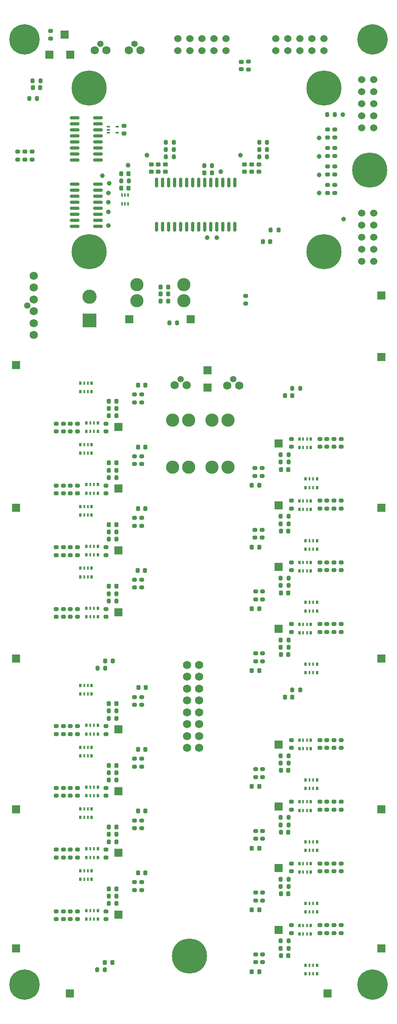
<source format=gbs>
G04 #@! TF.GenerationSoftware,KiCad,Pcbnew,9.0.5*
G04 #@! TF.CreationDate,2025-11-08T18:16:23-06:00*
G04 #@! TF.ProjectId,PowerDistributionUnit_Mk1,506f7765-7244-4697-9374-726962757469,rev?*
G04 #@! TF.SameCoordinates,Original*
G04 #@! TF.FileFunction,Soldermask,Bot*
G04 #@! TF.FilePolarity,Negative*
%FSLAX46Y46*%
G04 Gerber Fmt 4.6, Leading zero omitted, Abs format (unit mm)*
G04 Created by KiCad (PCBNEW 9.0.5) date 2025-11-08 18:16:23*
%MOMM*%
%LPD*%
G01*
G04 APERTURE LIST*
G04 Aperture macros list*
%AMRoundRect*
0 Rectangle with rounded corners*
0 $1 Rounding radius*
0 $2 $3 $4 $5 $6 $7 $8 $9 X,Y pos of 4 corners*
0 Add a 4 corners polygon primitive as box body*
4,1,4,$2,$3,$4,$5,$6,$7,$8,$9,$2,$3,0*
0 Add four circle primitives for the rounded corners*
1,1,$1+$1,$2,$3*
1,1,$1+$1,$4,$5*
1,1,$1+$1,$6,$7*
1,1,$1+$1,$8,$9*
0 Add four rect primitives between the rounded corners*
20,1,$1+$1,$2,$3,$4,$5,0*
20,1,$1+$1,$4,$5,$6,$7,0*
20,1,$1+$1,$6,$7,$8,$9,0*
20,1,$1+$1,$8,$9,$2,$3,0*%
G04 Aperture macros list end*
%ADD10R,1.700000X1.700000*%
%ADD11C,6.400000*%
%ADD12C,1.752600*%
%ADD13R,3.000000X3.000000*%
%ADD14C,3.000000*%
%ADD15C,1.346200*%
%ADD16C,2.780000*%
%ADD17C,1.524000*%
%ADD18C,7.400000*%
%ADD19RoundRect,0.200000X-0.275000X0.200000X-0.275000X-0.200000X0.275000X-0.200000X0.275000X0.200000X0*%
%ADD20R,0.500000X0.800000*%
%ADD21R,0.400000X0.800000*%
%ADD22RoundRect,0.200000X0.275000X-0.200000X0.275000X0.200000X-0.275000X0.200000X-0.275000X-0.200000X0*%
%ADD23C,1.000000*%
%ADD24RoundRect,0.200000X0.200000X0.275000X-0.200000X0.275000X-0.200000X-0.275000X0.200000X-0.275000X0*%
%ADD25RoundRect,0.200000X-0.200000X-0.275000X0.200000X-0.275000X0.200000X0.275000X-0.200000X0.275000X0*%
%ADD26RoundRect,0.225000X-0.225000X-0.250000X0.225000X-0.250000X0.225000X0.250000X-0.225000X0.250000X0*%
%ADD27RoundRect,0.225000X0.225000X0.250000X-0.225000X0.250000X-0.225000X-0.250000X0.225000X-0.250000X0*%
%ADD28RoundRect,0.100000X-0.225000X-0.100000X0.225000X-0.100000X0.225000X0.100000X-0.225000X0.100000X0*%
%ADD29RoundRect,0.100000X-0.100000X0.225000X-0.100000X-0.225000X0.100000X-0.225000X0.100000X0.225000X0*%
%ADD30RoundRect,0.150000X-0.825000X-0.150000X0.825000X-0.150000X0.825000X0.150000X-0.825000X0.150000X0*%
%ADD31RoundRect,0.225000X-0.250000X0.225000X-0.250000X-0.225000X0.250000X-0.225000X0.250000X0.225000X0*%
%ADD32RoundRect,0.225000X0.250000X-0.225000X0.250000X0.225000X-0.250000X0.225000X-0.250000X-0.225000X0*%
%ADD33RoundRect,0.150000X-0.150000X0.875000X-0.150000X-0.875000X0.150000X-0.875000X0.150000X0.875000X0*%
G04 APERTURE END LIST*
D10*
X179300000Y-167600000D03*
X113600000Y-97100000D03*
D11*
X188800000Y33300000D03*
D10*
X135198000Y-87300000D03*
D12*
X152200000Y-115900000D03*
X152200000Y-113400000D03*
X152200000Y-110900000D03*
X152200000Y-108400000D03*
X152200000Y-105900000D03*
X152200000Y-103400000D03*
X152200000Y-100900000D03*
X152200000Y-98399999D03*
X149700000Y-115900000D03*
X149700000Y-113400000D03*
X149700000Y-110900000D03*
X149700000Y-108400000D03*
X149700000Y-105900000D03*
X149700000Y-103400000D03*
X149700000Y-100900000D03*
X149700000Y-98399999D03*
D10*
X113600000Y-35300000D03*
X190600000Y-33600000D03*
X190600000Y-128850000D03*
D13*
X129100000Y-25900000D03*
D14*
X129100000Y-20900000D03*
D10*
X190600000Y-20600000D03*
D11*
X115400000Y-165700000D03*
D10*
X123800000Y34300000D03*
X135198000Y-151000000D03*
X135198000Y-48300000D03*
X169000000Y-154200000D03*
X169000000Y-51800000D03*
X169000000Y-128200000D03*
X135198000Y-74300000D03*
X190600000Y-65350000D03*
X113600000Y-158100000D03*
X169000000Y-115200000D03*
X124900000Y-167600000D03*
D11*
X188800000Y-165700000D03*
D15*
X159400000Y-38210000D03*
D12*
X160650000Y-39550000D03*
X158150000Y-39550000D03*
D10*
X190600000Y-97100000D03*
D15*
X115960000Y-22700000D03*
D12*
X117300000Y-16450000D03*
X117300000Y-18950000D03*
X117300000Y-21450000D03*
X117300000Y-23950000D03*
X117300000Y-26450000D03*
X117300000Y-28950000D03*
D16*
X146600000Y-56760000D03*
X150000000Y-56760000D03*
X146600000Y-46840000D03*
X150000000Y-46840000D03*
D17*
X178496600Y30963300D03*
X178496600Y33503300D03*
X175956600Y30963300D03*
X175956600Y33503300D03*
X173416600Y30963300D03*
X173416600Y33503300D03*
X170876600Y30963300D03*
X170876600Y33503300D03*
X168336600Y30963300D03*
X168336600Y33503300D03*
D10*
X125000000Y30100000D03*
X113600000Y-65350000D03*
X154000000Y-36400000D03*
X169000000Y-141200000D03*
X135198000Y-61300000D03*
D18*
X188200000Y5800000D03*
D10*
X135198000Y-125000000D03*
D15*
X148300000Y-38200000D03*
D12*
X149550000Y-39540000D03*
X147050000Y-39540000D03*
D16*
X154900000Y-56760000D03*
X158300000Y-56760000D03*
X154900000Y-46840000D03*
X158300000Y-46840000D03*
D10*
X120600000Y30100000D03*
D17*
X186460000Y-13460000D03*
X189000000Y-13460000D03*
X186460000Y-10920000D03*
X189000000Y-10920000D03*
X186460000Y-8380000D03*
X189000000Y-8380000D03*
X186460000Y-5840000D03*
X189000000Y-5840000D03*
X186460000Y-3300000D03*
X189000000Y-3300000D03*
D10*
X137500000Y-25600000D03*
X113600000Y-128850000D03*
X150400000Y-25600000D03*
D18*
X150200000Y-159700000D03*
D10*
X190600000Y-158100000D03*
D16*
X139040000Y-18300000D03*
X139040000Y-21700000D03*
X148960000Y-18300000D03*
X148960000Y-21700000D03*
D17*
X186460000Y14720000D03*
X189000000Y14720000D03*
X186460000Y17260000D03*
X189000000Y17260000D03*
X186460000Y19800000D03*
X189000000Y19800000D03*
X186460000Y22340000D03*
X189000000Y22340000D03*
X186460000Y24880000D03*
X189000000Y24880000D03*
D10*
X135198000Y-138000000D03*
X169000000Y-64800000D03*
D15*
X138601000Y32339850D03*
D12*
X139851000Y30999850D03*
X137351000Y30999850D03*
D10*
X169000000Y-77800000D03*
X135198000Y-112000000D03*
D18*
X129000000Y23100000D03*
X178500000Y23100000D03*
X129000000Y-11400000D03*
X178500000Y-11400000D03*
D15*
X131401000Y32339850D03*
D12*
X132651000Y30999850D03*
X130151000Y30999850D03*
D10*
X154000000Y-40000000D03*
X169000000Y-90800000D03*
D11*
X115400000Y33300000D03*
D17*
X157896600Y30960000D03*
X157896600Y33500000D03*
X155356600Y30960000D03*
X155356600Y33500000D03*
X152816600Y30960000D03*
X152816600Y33500000D03*
X150276600Y30960000D03*
X150276600Y33500000D03*
X147736600Y30960000D03*
X147736600Y33500000D03*
D19*
X138600000Y-80475000D03*
X138600000Y-82125000D03*
D20*
X130848000Y-49250000D03*
D21*
X130048000Y-49250000D03*
X129248000Y-49250000D03*
D20*
X128448000Y-49250000D03*
X128448000Y-47450000D03*
D21*
X129248000Y-47450000D03*
X130048000Y-47450000D03*
D20*
X130848000Y-47450000D03*
D22*
X123548000Y-151975000D03*
X123548000Y-150325000D03*
D23*
X141200000Y8900000D03*
D24*
X134774866Y-108109998D03*
X133124866Y-108109998D03*
D25*
X153275000Y6735000D03*
X154925000Y6735000D03*
D19*
X179150000Y-50825000D03*
X179150000Y-52475000D03*
D26*
X139325000Y-52500000D03*
X140875000Y-52500000D03*
D27*
X167175000Y-9300000D03*
X165625000Y-9300000D03*
D19*
X132548000Y-150325000D03*
X132548000Y-151975000D03*
X179150000Y-127225000D03*
X179150000Y-128875000D03*
X138600000Y-41475000D03*
X138600000Y-43125000D03*
D28*
X133050000Y13650000D03*
X133050000Y14300000D03*
X133050000Y14950000D03*
X134950000Y14950000D03*
X134950000Y13650000D03*
D19*
X138600000Y-131175000D03*
X138600000Y-132825000D03*
X179150000Y-76825000D03*
X179150000Y-78475000D03*
D20*
X173350000Y-140250000D03*
D21*
X174150000Y-140250000D03*
X174950000Y-140250000D03*
D20*
X175750000Y-140250000D03*
X175750000Y-142050000D03*
D21*
X174950000Y-142050000D03*
X174150000Y-142050000D03*
D20*
X173350000Y-142050000D03*
D22*
X165600000Y-122025000D03*
X165600000Y-120375000D03*
D20*
X177050000Y-61050000D03*
D21*
X176250000Y-61050000D03*
X175450000Y-61050000D03*
D20*
X174650000Y-61050000D03*
X174650000Y-59250000D03*
D21*
X175450000Y-59250000D03*
X176250000Y-59250000D03*
D20*
X177050000Y-59250000D03*
D24*
X146825000Y11600000D03*
X145175000Y11600000D03*
D22*
X164100000Y-97625000D03*
X164100000Y-95975000D03*
D23*
X182500000Y17500000D03*
D22*
X164100000Y-122025000D03*
X164100000Y-120375000D03*
X165500000Y-71625000D03*
X165500000Y-69975000D03*
D19*
X122048000Y-150325000D03*
X122048000Y-151975000D03*
D22*
X177650000Y-65475000D03*
X177650000Y-63825000D03*
D23*
X133100000Y1000000D03*
D22*
X123548000Y-138975000D03*
X123548000Y-137325000D03*
D19*
X140100000Y-131175000D03*
X140100000Y-132825000D03*
D20*
X127148000Y-115750000D03*
D21*
X127948000Y-115750000D03*
X128748000Y-115750000D03*
D20*
X129548000Y-115750000D03*
X129548000Y-117550000D03*
D21*
X128748000Y-117550000D03*
X127948000Y-117550000D03*
D20*
X127148000Y-117550000D03*
D26*
X153325000Y5235000D03*
X154875000Y5235000D03*
D24*
X134774866Y-45959998D03*
X133124866Y-45959998D03*
D20*
X177050000Y-87050000D03*
D21*
X176250000Y-87050000D03*
X175450000Y-87050000D03*
D20*
X174650000Y-87050000D03*
X174650000Y-85250000D03*
D21*
X175450000Y-85250000D03*
X176250000Y-85250000D03*
D20*
X177050000Y-85250000D03*
X177050000Y-150450000D03*
D21*
X176250000Y-150450000D03*
X175450000Y-150450000D03*
D20*
X174650000Y-150450000D03*
X174650000Y-148650000D03*
D21*
X175450000Y-148650000D03*
X176250000Y-148650000D03*
D20*
X177050000Y-148650000D03*
D26*
X169473134Y-96240002D03*
X171023134Y-96240002D03*
X139325000Y-116200000D03*
X140875000Y-116200000D03*
X139325000Y-129200000D03*
X140875000Y-129200000D03*
D20*
X130848000Y-88250000D03*
D21*
X130048000Y-88250000D03*
X129248000Y-88250000D03*
D20*
X128448000Y-88250000D03*
X128448000Y-86450000D03*
D21*
X129248000Y-86450000D03*
X130048000Y-86450000D03*
D20*
X130848000Y-86450000D03*
D23*
X133100000Y-1000000D03*
D25*
X130673000Y-162600000D03*
X132323000Y-162600000D03*
X169423134Y-67140002D03*
X171073134Y-67140002D03*
D20*
X127148000Y-141750000D03*
D21*
X127948000Y-141750000D03*
X128748000Y-141750000D03*
D20*
X129548000Y-141750000D03*
X129548000Y-143550000D03*
D21*
X128748000Y-143550000D03*
X127948000Y-143550000D03*
D20*
X127148000Y-143550000D03*
D25*
X130773000Y-99100000D03*
X132423000Y-99100000D03*
D19*
X138600000Y-144175000D03*
X138600000Y-145825000D03*
X132548000Y-111325000D03*
X132548000Y-112975000D03*
D20*
X173350000Y-114250000D03*
D21*
X174150000Y-114250000D03*
X174950000Y-114250000D03*
D20*
X175750000Y-114250000D03*
X175750000Y-116050000D03*
D21*
X174950000Y-116050000D03*
X174150000Y-116050000D03*
D20*
X173350000Y-116050000D03*
X127148000Y-39050000D03*
D21*
X127948000Y-39050000D03*
X128748000Y-39050000D03*
D20*
X129548000Y-39050000D03*
X129548000Y-40850000D03*
D21*
X128748000Y-40850000D03*
X127948000Y-40850000D03*
D20*
X127148000Y-40850000D03*
D23*
X133100000Y-3000000D03*
D27*
X134724866Y-145559998D03*
X133174866Y-145559998D03*
D19*
X140100000Y-118175000D03*
X140100000Y-119825000D03*
D22*
X123548000Y-75275000D03*
X123548000Y-73625000D03*
X116964359Y8003359D03*
X116964359Y9653359D03*
D24*
X173525000Y-40200000D03*
X171875000Y-40200000D03*
X137388000Y3500000D03*
X135738000Y3500000D03*
D20*
X173350000Y-127250000D03*
D21*
X174150000Y-127250000D03*
X174950000Y-127250000D03*
D20*
X175750000Y-127250000D03*
X175750000Y-129050000D03*
D21*
X174950000Y-129050000D03*
X174150000Y-129050000D03*
D20*
X173350000Y-129050000D03*
D26*
X170325000Y-105175000D03*
X171875000Y-105175000D03*
D22*
X182150000Y-91475000D03*
X182150000Y-89825000D03*
D26*
X139325000Y-39500000D03*
X140875000Y-39500000D03*
D22*
X165600000Y-161025000D03*
X165600000Y-159375000D03*
D19*
X138600000Y-54475000D03*
X138600000Y-56125000D03*
X140100000Y-67475000D03*
X140100000Y-69125000D03*
D20*
X177050000Y-100050000D03*
D21*
X176250000Y-100050000D03*
X175450000Y-100050000D03*
D20*
X174650000Y-100050000D03*
X174650000Y-98250000D03*
D21*
X175450000Y-98250000D03*
X176250000Y-98250000D03*
D20*
X177050000Y-98250000D03*
D19*
X126548000Y-150325000D03*
X126548000Y-151975000D03*
X122048000Y-47625000D03*
X122048000Y-49275000D03*
D27*
X164875000Y-150000000D03*
X163325000Y-150000000D03*
X134724866Y-106559998D03*
X133174866Y-106559998D03*
D23*
X177500000Y1000000D03*
D19*
X162600000Y28625000D03*
X162600000Y26975000D03*
D24*
X134774866Y-148659998D03*
X133124866Y-148659998D03*
D25*
X164875000Y10100000D03*
X166525000Y10100000D03*
D22*
X182150000Y-141875000D03*
X182150000Y-140225000D03*
D20*
X173350000Y-50850000D03*
D21*
X174150000Y-50850000D03*
X174950000Y-50850000D03*
D20*
X175750000Y-50850000D03*
X175750000Y-52650000D03*
D21*
X174950000Y-52650000D03*
X174150000Y-52650000D03*
D20*
X173350000Y-52650000D03*
D19*
X126548000Y-47625000D03*
X126548000Y-49275000D03*
D20*
X130848000Y-75250000D03*
D21*
X130048000Y-75250000D03*
X129248000Y-75250000D03*
D20*
X128448000Y-75250000D03*
X128448000Y-73450000D03*
D21*
X129248000Y-73450000D03*
X130048000Y-73450000D03*
D20*
X130848000Y-73450000D03*
D24*
X134774866Y-109659998D03*
X133124866Y-109659998D03*
D29*
X135913000Y550000D03*
X136563000Y550000D03*
X137213000Y550000D03*
X137213000Y-1350000D03*
X136563000Y-1350000D03*
X135913000Y-1350000D03*
D27*
X164875000Y-137000000D03*
X163325000Y-137000000D03*
D26*
X139325000Y-142200000D03*
X140875000Y-142200000D03*
D19*
X180650000Y-114225000D03*
X180650000Y-115875000D03*
D30*
X125925000Y7955000D03*
X125925000Y9225000D03*
X125925000Y10495000D03*
X125925000Y11765000D03*
X125925000Y13035000D03*
X125925000Y14305000D03*
X125925000Y15575000D03*
X125925000Y16845000D03*
X130875000Y16845000D03*
X130875000Y15575000D03*
X130875000Y14305000D03*
X130875000Y13035000D03*
X130875000Y11765000D03*
X130875000Y10495000D03*
X130875000Y9225000D03*
X130875000Y7955000D03*
D24*
X134774866Y-121109998D03*
X133124866Y-121109998D03*
D22*
X177650000Y-52475000D03*
X177650000Y-50825000D03*
X164000000Y-58625000D03*
X164000000Y-56975000D03*
X125048000Y-125975000D03*
X125048000Y-124325000D03*
D31*
X164800000Y6975000D03*
X164800000Y5425000D03*
D26*
X169473134Y-70240002D03*
X171023134Y-70240002D03*
D23*
X177500000Y4800000D03*
D20*
X173350000Y-89850000D03*
D21*
X174150000Y-89850000D03*
X174950000Y-89850000D03*
D20*
X175750000Y-89850000D03*
X175750000Y-91650000D03*
D21*
X174950000Y-91650000D03*
X174150000Y-91650000D03*
D20*
X173350000Y-91650000D03*
X173350000Y-76850000D03*
D21*
X174150000Y-76850000D03*
X174950000Y-76850000D03*
D20*
X175750000Y-76850000D03*
X175750000Y-78650000D03*
D21*
X174950000Y-78650000D03*
X174150000Y-78650000D03*
D20*
X173350000Y-78650000D03*
D24*
X134774866Y-83409998D03*
X133124866Y-83409998D03*
D19*
X140100000Y-105175000D03*
X140100000Y-106825000D03*
D22*
X182150000Y-78475000D03*
X182150000Y-76825000D03*
D31*
X161800000Y6975000D03*
X161800000Y5425000D03*
D22*
X125048000Y-151975000D03*
X125048000Y-150325000D03*
D19*
X132548000Y-124325000D03*
X132548000Y-125975000D03*
D20*
X173350000Y-63850000D03*
D21*
X174150000Y-63850000D03*
X174950000Y-63850000D03*
D20*
X175750000Y-63850000D03*
X175750000Y-65650000D03*
D21*
X174950000Y-65650000D03*
X174150000Y-65650000D03*
D20*
X173350000Y-65650000D03*
D19*
X180650000Y-63825000D03*
X180650000Y-65475000D03*
D26*
X139325000Y-65500000D03*
X140875000Y-65500000D03*
D22*
X177650000Y-154875000D03*
X177650000Y-153225000D03*
D24*
X134774866Y-122659998D03*
X133124866Y-122659998D03*
D19*
X126548000Y-137325000D03*
X126548000Y-138975000D03*
D24*
X134774866Y-57409998D03*
X133124866Y-57409998D03*
D20*
X173350000Y-153250000D03*
D21*
X174150000Y-153250000D03*
X174950000Y-153250000D03*
D20*
X175750000Y-153250000D03*
X175750000Y-155050000D03*
D21*
X174950000Y-155050000D03*
X174150000Y-155050000D03*
D20*
X173350000Y-155050000D03*
D25*
X169423134Y-54140002D03*
X171073134Y-54140002D03*
D20*
X177050000Y-137450000D03*
D21*
X176250000Y-137450000D03*
X175450000Y-137450000D03*
D20*
X174650000Y-137450000D03*
X174650000Y-135650000D03*
D21*
X175450000Y-135650000D03*
X176250000Y-135650000D03*
D20*
X177050000Y-135650000D03*
D25*
X169423134Y-68690002D03*
X171073134Y-68690002D03*
D22*
X179300000Y4875000D03*
X179300000Y6525000D03*
D19*
X132548000Y-73625000D03*
X132548000Y-75275000D03*
D22*
X171650000Y-91475000D03*
X171650000Y-89825000D03*
D25*
X169423134Y-132090002D03*
X171073134Y-132090002D03*
D22*
X125048000Y-88275000D03*
X125048000Y-86625000D03*
D19*
X126548000Y-73625000D03*
X126548000Y-75275000D03*
X140100000Y-41475000D03*
X140100000Y-43125000D03*
D27*
X164875000Y-163000000D03*
X163325000Y-163000000D03*
D26*
X135788000Y2000000D03*
X137338000Y2000000D03*
X169473134Y-159640002D03*
X171023134Y-159640002D03*
D22*
X123548000Y-125975000D03*
X123548000Y-124325000D03*
D24*
X134774866Y-70409998D03*
X133124866Y-70409998D03*
D26*
X135788000Y5000000D03*
X137338000Y5000000D03*
D24*
X134774866Y-71959998D03*
X133124866Y-71959998D03*
D22*
X182150000Y-52475000D03*
X182150000Y-50825000D03*
X182150000Y-65475000D03*
X182150000Y-63825000D03*
D24*
X134774866Y-135659998D03*
X133124866Y-135659998D03*
D22*
X171650000Y-128875000D03*
X171650000Y-127225000D03*
D23*
X137200000Y6800000D03*
D25*
X164875000Y8600000D03*
X166525000Y8600000D03*
D27*
X134724866Y-119559998D03*
X133174866Y-119559998D03*
D30*
X125925000Y-6045000D03*
X125925000Y-4775000D03*
X125925000Y-3505000D03*
X125925000Y-2235000D03*
X125925000Y-965000D03*
X125925000Y305000D03*
X125925000Y1575000D03*
X125925000Y2845000D03*
X130875000Y2845000D03*
X130875000Y1575000D03*
X130875000Y305000D03*
X130875000Y-965000D03*
X130875000Y-2235000D03*
X130875000Y-3505000D03*
X130875000Y-4775000D03*
X130875000Y-6045000D03*
D22*
X125048000Y-138975000D03*
X125048000Y-137325000D03*
D20*
X130848000Y-138950000D03*
D21*
X130048000Y-138950000D03*
X129248000Y-138950000D03*
D20*
X128448000Y-138950000D03*
X128448000Y-137150000D03*
D21*
X129248000Y-137150000D03*
X130048000Y-137150000D03*
D20*
X130848000Y-137150000D03*
D23*
X160900000Y8900000D03*
D27*
X133973000Y-97600000D03*
X132423000Y-97600000D03*
D19*
X126548000Y-60625000D03*
X126548000Y-62275000D03*
D32*
X136400000Y13525000D03*
X136400000Y15075000D03*
D22*
X171650000Y-115875000D03*
X171650000Y-114225000D03*
D19*
X180650000Y-89825000D03*
X180650000Y-91475000D03*
X132548000Y-137325000D03*
X132548000Y-138975000D03*
D22*
X123548000Y-88275000D03*
X123548000Y-86625000D03*
X177650000Y-78475000D03*
X177650000Y-76825000D03*
D25*
X169423134Y-143540002D03*
X171073134Y-143540002D03*
D22*
X182150000Y-115875000D03*
X182150000Y-114225000D03*
D25*
X169423134Y-94690002D03*
X171073134Y-94690002D03*
D22*
X120862500Y33475000D03*
X120862500Y35125000D03*
X123548000Y-49275000D03*
X123548000Y-47625000D03*
D25*
X169423134Y-130540002D03*
X171073134Y-130540002D03*
D31*
X145100000Y6975000D03*
X145100000Y5425000D03*
D24*
X147562500Y-26400000D03*
X145912500Y-26400000D03*
D27*
X134724866Y-81859998D03*
X133174866Y-81859998D03*
D22*
X164000000Y-71625000D03*
X164000000Y-69975000D03*
D24*
X134774866Y-84959998D03*
X133124866Y-84959998D03*
D27*
X133873000Y-161100000D03*
X132323000Y-161100000D03*
D24*
X166525000Y11600000D03*
X164875000Y11600000D03*
D27*
X164875000Y-99600000D03*
X163325000Y-99600000D03*
D22*
X177650000Y-141875000D03*
X177650000Y-140225000D03*
D27*
X134724866Y-55859998D03*
X133174866Y-55859998D03*
D25*
X169423134Y-93140002D03*
X171073134Y-93140002D03*
D20*
X127148000Y-128750000D03*
D21*
X127948000Y-128750000D03*
X128748000Y-128750000D03*
D20*
X129548000Y-128750000D03*
X129548000Y-130550000D03*
D21*
X128748000Y-130550000D03*
X127948000Y-130550000D03*
D20*
X127148000Y-130550000D03*
D27*
X164875000Y-73600000D03*
X163325000Y-73600000D03*
D25*
X169423134Y-158090002D03*
X171073134Y-158090002D03*
D22*
X179300000Y12675000D03*
X179300000Y14325000D03*
D27*
X164875000Y-60600000D03*
X163325000Y-60600000D03*
D19*
X180650000Y-76825000D03*
X180650000Y-78475000D03*
D33*
X143245000Y3150000D03*
X144515000Y3150000D03*
X145785000Y3150000D03*
X147055000Y3150000D03*
X148325000Y3150000D03*
X149595000Y3150000D03*
X150865000Y3150000D03*
X152135000Y3150000D03*
X153405000Y3150000D03*
X154675000Y3150000D03*
X155945000Y3150000D03*
X157215000Y3150000D03*
X158485000Y3150000D03*
X159755000Y3150000D03*
X159755000Y-6150000D03*
X158485000Y-6150000D03*
X157215000Y-6150000D03*
X155945000Y-6150000D03*
X154675000Y-6150000D03*
X153405000Y-6150000D03*
X152135000Y-6150000D03*
X150865000Y-6150000D03*
X149595000Y-6150000D03*
X148325000Y-6150000D03*
X147055000Y-6150000D03*
X145785000Y-6150000D03*
X144515000Y-6150000D03*
X143245000Y-6150000D03*
D19*
X122048000Y-137325000D03*
X122048000Y-138975000D03*
X140100000Y-144175000D03*
X140100000Y-145825000D03*
D26*
X169473134Y-133640002D03*
X171023134Y-133640002D03*
D22*
X123548000Y-62275000D03*
X123548000Y-60625000D03*
X113964359Y8028359D03*
X113964359Y9678359D03*
X165500000Y-58625000D03*
X165500000Y-56975000D03*
D19*
X122048000Y-124325000D03*
X122048000Y-125975000D03*
D23*
X177500000Y8700000D03*
D22*
X179300000Y8775000D03*
X179300000Y10425000D03*
D19*
X180800000Y14325000D03*
X180800000Y12675000D03*
D26*
X169473134Y-120640002D03*
X171023134Y-120640002D03*
D32*
X161100000Y27025000D03*
X161100000Y28575000D03*
D27*
X145650000Y-20300000D03*
X144100000Y-20300000D03*
D25*
X169423134Y-119090002D03*
X171073134Y-119090002D03*
D19*
X180650000Y-50825000D03*
X180650000Y-52475000D03*
D23*
X182700000Y-4500000D03*
D19*
X140100000Y-54475000D03*
X140100000Y-56125000D03*
D27*
X145650000Y-21800000D03*
X144100000Y-21800000D03*
D22*
X115464359Y8028359D03*
X115464359Y9678359D03*
X182150000Y-128875000D03*
X182150000Y-127225000D03*
D19*
X126548000Y-111325000D03*
X126548000Y-112975000D03*
D25*
X117100000Y24623250D03*
X118750000Y24623250D03*
D26*
X139225000Y-78500000D03*
X140775000Y-78500000D03*
D25*
X169423134Y-145090002D03*
X171073134Y-145090002D03*
D22*
X165600000Y-97625000D03*
X165600000Y-95975000D03*
D26*
X169473134Y-83240002D03*
X171023134Y-83240002D03*
D22*
X125048000Y-62275000D03*
X125048000Y-60625000D03*
D23*
X177500000Y12600000D03*
D22*
X162000000Y-22325000D03*
X162000000Y-20675000D03*
D19*
X180650000Y-153225000D03*
X180650000Y-154875000D03*
D22*
X177650000Y-128875000D03*
X177650000Y-127225000D03*
D19*
X180800000Y2625000D03*
X180800000Y975000D03*
D27*
X164875000Y-86600000D03*
X163325000Y-86600000D03*
D19*
X180650000Y-127225000D03*
X180650000Y-128875000D03*
D26*
X170325000Y-41700000D03*
X171875000Y-41700000D03*
D19*
X132548000Y-47625000D03*
X132548000Y-49275000D03*
D31*
X142100000Y6975000D03*
X142100000Y5425000D03*
D22*
X125048000Y-75275000D03*
X125048000Y-73625000D03*
X171650000Y-52475000D03*
X171650000Y-50825000D03*
D19*
X180650000Y-140225000D03*
X180650000Y-141875000D03*
X132548000Y-86625000D03*
X132548000Y-88275000D03*
D25*
X169423134Y-117540002D03*
X171073134Y-117540002D03*
D19*
X179150000Y-89825000D03*
X179150000Y-91475000D03*
X140100000Y-80475000D03*
X140100000Y-82125000D03*
D22*
X179300000Y975000D03*
X179300000Y2625000D03*
D20*
X130848000Y-62250000D03*
D21*
X130048000Y-62250000D03*
X129248000Y-62250000D03*
D20*
X128448000Y-62250000D03*
X128448000Y-60450000D03*
D21*
X129248000Y-60450000D03*
X130048000Y-60450000D03*
D20*
X130848000Y-60450000D03*
D24*
X134774866Y-134109998D03*
X133124866Y-134109998D03*
D22*
X171650000Y-141875000D03*
X171650000Y-140225000D03*
D19*
X122048000Y-86625000D03*
X122048000Y-88275000D03*
X132548000Y-60625000D03*
X132548000Y-62275000D03*
D22*
X165600000Y-148025000D03*
X165600000Y-146375000D03*
D25*
X169423134Y-156540002D03*
X171073134Y-156540002D03*
D27*
X145650000Y-18800000D03*
X144100000Y-18800000D03*
D19*
X126548000Y-124325000D03*
X126548000Y-125975000D03*
D22*
X182150000Y-154875000D03*
X182150000Y-153225000D03*
D25*
X145175000Y10100000D03*
X146825000Y10100000D03*
D22*
X125048000Y-49275000D03*
X125048000Y-47625000D03*
D19*
X138600000Y-105175000D03*
X138600000Y-106825000D03*
X122048000Y-60625000D03*
X122048000Y-62275000D03*
D20*
X177050000Y-124450000D03*
D21*
X176250000Y-124450000D03*
X175450000Y-124450000D03*
D20*
X174650000Y-124450000D03*
X174650000Y-122650000D03*
D21*
X175450000Y-122650000D03*
X176250000Y-122650000D03*
D20*
X177050000Y-122650000D03*
D22*
X123548000Y-112975000D03*
X123548000Y-111325000D03*
D24*
X134774866Y-147109998D03*
X133124866Y-147109998D03*
D25*
X169423134Y-80140002D03*
X171073134Y-80140002D03*
D20*
X130848000Y-125950000D03*
D21*
X130048000Y-125950000D03*
X129248000Y-125950000D03*
D20*
X128448000Y-125950000D03*
X128448000Y-124150000D03*
D21*
X129248000Y-124150000D03*
X130048000Y-124150000D03*
D20*
X130848000Y-124150000D03*
D27*
X134724866Y-42859998D03*
X133174866Y-42859998D03*
D22*
X164100000Y-135025000D03*
X164100000Y-133375000D03*
D19*
X180800000Y6525000D03*
X180800000Y4875000D03*
X179150000Y-114225000D03*
X179150000Y-115875000D03*
D23*
X153900000Y-8465000D03*
D22*
X171650000Y-78475000D03*
X171650000Y-76825000D03*
X177650000Y-91475000D03*
X177650000Y-89825000D03*
D20*
X130848000Y-151950000D03*
D21*
X130048000Y-151950000D03*
X129248000Y-151950000D03*
D20*
X128448000Y-151950000D03*
X128448000Y-150150000D03*
D21*
X129248000Y-150150000D03*
X130048000Y-150150000D03*
D20*
X130848000Y-150150000D03*
D19*
X179150000Y-140225000D03*
X179150000Y-141875000D03*
D25*
X145175000Y8600000D03*
X146825000Y8600000D03*
D19*
X138600000Y-67475000D03*
X138600000Y-69125000D03*
D24*
X118025000Y20900000D03*
X116375000Y20900000D03*
D22*
X164100000Y-161025000D03*
X164100000Y-159375000D03*
X177650000Y-115875000D03*
X177650000Y-114225000D03*
X125048000Y-112975000D03*
X125048000Y-111325000D03*
D26*
X139425000Y-103200000D03*
X140975000Y-103200000D03*
D19*
X126548000Y-86625000D03*
X126548000Y-88275000D03*
D27*
X134724866Y-68859998D03*
X133174866Y-68859998D03*
D20*
X127148000Y-78050000D03*
D21*
X127948000Y-78050000D03*
X128748000Y-78050000D03*
D20*
X129548000Y-78050000D03*
X129548000Y-79850000D03*
D21*
X128748000Y-79850000D03*
X127948000Y-79850000D03*
D20*
X127148000Y-79850000D03*
D22*
X165600000Y-84625000D03*
X165600000Y-82975000D03*
D25*
X167275000Y-6800000D03*
X168925000Y-6800000D03*
D22*
X171650000Y-65475000D03*
X171650000Y-63825000D03*
D27*
X134724866Y-132559998D03*
X133174866Y-132559998D03*
D20*
X177050000Y-74050000D03*
D21*
X176250000Y-74050000D03*
X175450000Y-74050000D03*
D20*
X174650000Y-74050000D03*
X174650000Y-72250000D03*
D21*
X175450000Y-72250000D03*
X176250000Y-72250000D03*
D20*
X177050000Y-72250000D03*
D24*
X134774866Y-58959998D03*
X133124866Y-58959998D03*
D31*
X143600000Y6975000D03*
X143600000Y5425000D03*
D23*
X156800000Y5435000D03*
D26*
X169473134Y-57240002D03*
X171023134Y-57240002D03*
X117150000Y23123250D03*
X118700000Y23123250D03*
D19*
X179150000Y-63825000D03*
X179150000Y-65475000D03*
X138600000Y-118175000D03*
X138600000Y-119825000D03*
D22*
X165600000Y-135025000D03*
X165600000Y-133375000D03*
D20*
X130848000Y-112950000D03*
D21*
X130048000Y-112950000D03*
X129248000Y-112950000D03*
D20*
X128448000Y-112950000D03*
X128448000Y-111150000D03*
D21*
X129248000Y-111150000D03*
X130048000Y-111150000D03*
D20*
X130848000Y-111150000D03*
D27*
X164875000Y-124000000D03*
X163325000Y-124000000D03*
D19*
X180800000Y10425000D03*
X180800000Y8775000D03*
D22*
X164100000Y-84625000D03*
X164100000Y-82975000D03*
D20*
X177050000Y-163450000D03*
D21*
X176250000Y-163450000D03*
X175450000Y-163450000D03*
D20*
X174650000Y-163450000D03*
X174650000Y-161650000D03*
D21*
X175450000Y-161650000D03*
X176250000Y-161650000D03*
D20*
X177050000Y-161650000D03*
D24*
X134774866Y-44409998D03*
X133124866Y-44409998D03*
D25*
X169423134Y-55690002D03*
X171073134Y-55690002D03*
D23*
X133100000Y-5900000D03*
D20*
X127148000Y-52050000D03*
D21*
X127948000Y-52050000D03*
X128748000Y-52050000D03*
D20*
X129548000Y-52050000D03*
X129548000Y-53850000D03*
D21*
X128748000Y-53850000D03*
X127948000Y-53850000D03*
D20*
X127148000Y-53850000D03*
D19*
X122048000Y-111325000D03*
X122048000Y-112975000D03*
D22*
X164100000Y-148025000D03*
X164100000Y-146375000D03*
D31*
X163300000Y6975000D03*
X163300000Y5425000D03*
D23*
X131800000Y4600000D03*
D19*
X122048000Y-73625000D03*
X122048000Y-75275000D03*
X179150000Y-153225000D03*
X179150000Y-154875000D03*
D23*
X155900000Y-8465000D03*
D25*
X169423134Y-81690002D03*
X171073134Y-81690002D03*
D24*
X173525000Y-103675000D03*
X171875000Y-103675000D03*
D22*
X171650000Y-154875000D03*
X171650000Y-153225000D03*
D20*
X127148000Y-65050000D03*
D21*
X127948000Y-65050000D03*
X128748000Y-65050000D03*
D20*
X129548000Y-65050000D03*
X129548000Y-66850000D03*
D21*
X128748000Y-66850000D03*
X127948000Y-66850000D03*
D20*
X127148000Y-66850000D03*
X127148000Y-102750000D03*
D21*
X127948000Y-102750000D03*
X128748000Y-102750000D03*
D20*
X129548000Y-102750000D03*
X129548000Y-104550000D03*
D21*
X128748000Y-104550000D03*
X127948000Y-104550000D03*
D20*
X127148000Y-104550000D03*
D23*
X133200000Y3000000D03*
D24*
X180825000Y17500000D03*
X179175000Y17500000D03*
D26*
X169473134Y-146640002D03*
X171023134Y-146640002D03*
M02*

</source>
